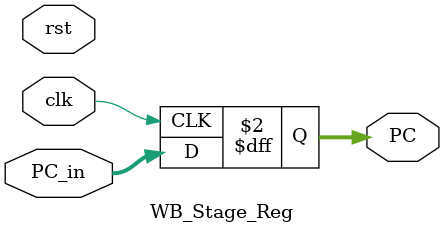
<source format=v>
module WB_Stage_Reg(
  input clk, rst,
  input[31:0] PC_in,
  output reg[31:0] PC
);

  always @(posedge clk) PC <= PC_in;

endmodule

</source>
